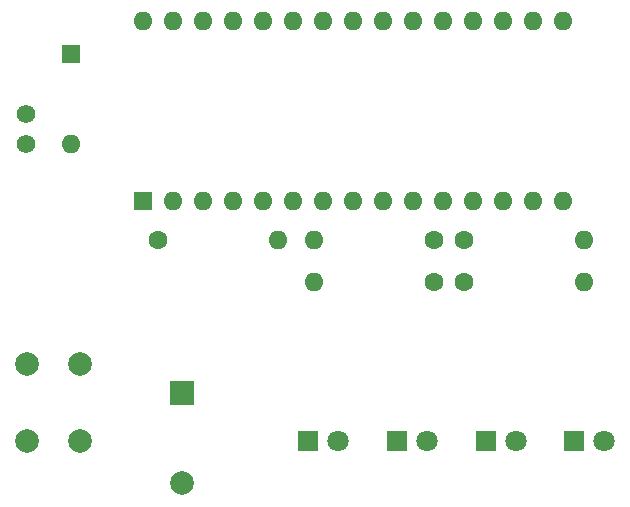
<source format=gbr>
%TF.GenerationSoftware,KiCad,Pcbnew,7.0.1*%
%TF.CreationDate,2024-11-28T00:40:51-08:00*%
%TF.ProjectId,puzzle_room,70757a7a-6c65-45f7-926f-6f6d2e6b6963,rev?*%
%TF.SameCoordinates,Original*%
%TF.FileFunction,Soldermask,Bot*%
%TF.FilePolarity,Negative*%
%FSLAX46Y46*%
G04 Gerber Fmt 4.6, Leading zero omitted, Abs format (unit mm)*
G04 Created by KiCad (PCBNEW 7.0.1) date 2024-11-28 00:40:51*
%MOMM*%
%LPD*%
G01*
G04 APERTURE LIST*
%ADD10R,2.000000X2.000000*%
%ADD11C,2.000000*%
%ADD12C,1.600000*%
%ADD13O,1.600000X1.600000*%
%ADD14C,1.574800*%
%ADD15R,1.800000X1.800000*%
%ADD16C,1.800000*%
%ADD17R,1.600000X1.600000*%
G04 APERTURE END LIST*
D10*
%TO.C,BZ1*%
X129540000Y-66284000D03*
D11*
X129540000Y-73884000D03*
%TD*%
D12*
%TO.C,R5*%
X153416000Y-56886000D03*
D13*
X163576000Y-56886000D03*
%TD*%
D14*
%TO.C,J1*%
X116332000Y-45212000D03*
X116332000Y-42672000D03*
%TD*%
D15*
%TO.C,D4*%
X162708000Y-70348000D03*
D16*
X165248000Y-70348000D03*
%TD*%
D12*
%TO.C,R1*%
X127508000Y-53330000D03*
D13*
X137668000Y-53330000D03*
%TD*%
D15*
%TO.C,D3*%
X155208000Y-70348000D03*
D16*
X157748000Y-70348000D03*
%TD*%
D15*
%TO.C,D2*%
X147708000Y-70348000D03*
D16*
X150248000Y-70348000D03*
%TD*%
D12*
%TO.C,R3*%
X150876000Y-56886000D03*
D13*
X140716000Y-56886000D03*
%TD*%
D11*
%TO.C,SW1*%
X116368000Y-70306000D03*
X116368000Y-63806000D03*
X120868000Y-70306000D03*
X120868000Y-63806000D03*
%TD*%
D12*
%TO.C,R4*%
X153416000Y-53330000D03*
D13*
X163576000Y-53330000D03*
%TD*%
D17*
%TO.C,D5*%
X120142000Y-37592000D03*
D13*
X120142000Y-45212000D03*
%TD*%
D17*
%TO.C,A1*%
X126238000Y-50028000D03*
D13*
X128778000Y-50028000D03*
X131318000Y-50028000D03*
X133858000Y-50028000D03*
X136398000Y-50028000D03*
X138938000Y-50028000D03*
X141478000Y-50028000D03*
X144018000Y-50028000D03*
X146558000Y-50028000D03*
X149098000Y-50028000D03*
X151638000Y-50028000D03*
X154178000Y-50028000D03*
X156718000Y-50028000D03*
X159258000Y-50028000D03*
X161798000Y-50028000D03*
X161798000Y-34788000D03*
X159258000Y-34788000D03*
X156718000Y-34788000D03*
X154178000Y-34788000D03*
X151638000Y-34788000D03*
X149098000Y-34788000D03*
X146558000Y-34788000D03*
X144018000Y-34788000D03*
X141478000Y-34788000D03*
X138938000Y-34788000D03*
X136398000Y-34788000D03*
X133858000Y-34788000D03*
X131318000Y-34788000D03*
X128778000Y-34788000D03*
X126238000Y-34788000D03*
%TD*%
D12*
%TO.C,R2*%
X150876000Y-53330000D03*
D13*
X140716000Y-53330000D03*
%TD*%
D15*
%TO.C,D1*%
X140208000Y-70348000D03*
D16*
X142748000Y-70348000D03*
%TD*%
M02*

</source>
